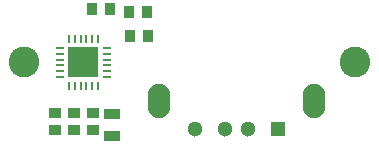
<source format=gts>
G04 #@! TF.GenerationSoftware,KiCad,Pcbnew,5.1.9-73d0e3b20d~88~ubuntu18.04.1*
G04 #@! TF.CreationDate,2021-03-21T21:20:43-07:00*
G04 #@! TF.ProjectId,accelgyro_mpu6050_d2br2,61636365-6c67-4797-926f-5f6d70753630,rev?*
G04 #@! TF.SameCoordinates,Original*
G04 #@! TF.FileFunction,Soldermask,Top*
G04 #@! TF.FilePolarity,Negative*
%FSLAX46Y46*%
G04 Gerber Fmt 4.6, Leading zero omitted, Abs format (unit mm)*
G04 Created by KiCad (PCBNEW 5.1.9-73d0e3b20d~88~ubuntu18.04.1) date 2021-03-21 21:20:43*
%MOMM*%
%LPD*%
G01*
G04 APERTURE LIST*
%ADD10R,1.300000X1.300000*%
%ADD11C,1.300000*%
%ADD12O,1.900000X2.900000*%
%ADD13C,2.600000*%
%ADD14R,1.000760X0.899160*%
%ADD15R,0.899160X1.000760*%
%ADD16R,2.499360X2.499360*%
%ADD17O,0.800100X0.248920*%
%ADD18O,0.248920X0.800100*%
%ADD19R,1.397000X0.889000*%
G04 APERTURE END LIST*
D10*
X159456000Y-105648000D03*
D11*
X156956000Y-105648000D03*
X154956000Y-105648000D03*
X152456000Y-105648000D03*
D12*
X162526000Y-103248000D03*
X149386000Y-103248000D03*
D13*
X138000000Y-100000000D03*
X166000000Y-100000000D03*
D14*
X140600000Y-105751840D03*
X140600000Y-104248160D03*
D15*
X145251840Y-95500000D03*
X143748160Y-95500000D03*
D14*
X142200000Y-105751840D03*
X142200000Y-104248160D03*
X143800000Y-105751840D03*
X143800000Y-104248160D03*
D16*
X143000000Y-100000000D03*
D17*
X141001020Y-98750320D03*
X141001020Y-99250700D03*
X141001020Y-99751080D03*
X141001020Y-100248920D03*
X141001020Y-100749300D03*
X141001020Y-101249680D03*
D18*
X141750320Y-101998980D03*
X142250700Y-101998980D03*
X142751080Y-101998980D03*
X143248920Y-101998980D03*
X143749300Y-101998980D03*
X144249680Y-101998980D03*
D17*
X144998980Y-101249680D03*
X144998980Y-100749300D03*
X144998980Y-100248920D03*
X144998980Y-99751080D03*
X144998980Y-99250700D03*
X144998980Y-98750320D03*
D18*
X144249680Y-98001020D03*
X143749300Y-98001020D03*
X143248920Y-98001020D03*
X142751080Y-98001020D03*
X142250700Y-98001020D03*
X141750320Y-98001020D03*
D19*
X145400000Y-104347500D03*
X145400000Y-106252500D03*
D15*
X146948160Y-97800000D03*
X148451840Y-97800000D03*
X148351840Y-95700000D03*
X146848160Y-95700000D03*
M02*

</source>
